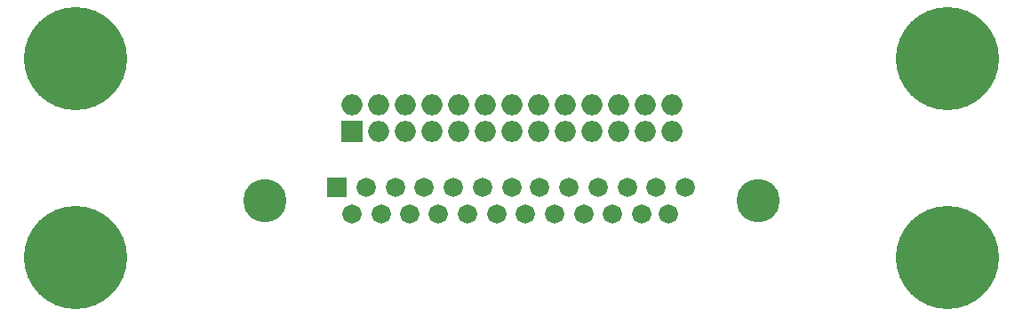
<source format=gbr>
G04 #@! TF.FileFunction,Soldermask,Bot*
%FSLAX46Y46*%
G04 Gerber Fmt 4.6, Leading zero omitted, Abs format (unit mm)*
G04 Created by KiCad (PCBNEW (after 2015-mar-04 BZR unknown)-product) date 6/9/2017 4:00:00 PM*
%MOMM*%
G01*
G04 APERTURE LIST*
%ADD10C,0.150000*%
%ADD11R,2.004800X2.004800*%
%ADD12O,2.004800X2.004800*%
%ADD13C,4.114800*%
%ADD14C,1.828800*%
%ADD15R,1.828800X1.828800*%
%ADD16C,9.829800*%
G04 APERTURE END LIST*
D10*
D11*
X32258000Y-12954000D03*
D12*
X32258000Y-10414000D03*
X34798000Y-12954000D03*
X34798000Y-10414000D03*
X37338000Y-12954000D03*
X37338000Y-10414000D03*
X39878000Y-12954000D03*
X39878000Y-10414000D03*
X42418000Y-12954000D03*
X42418000Y-10414000D03*
X44958000Y-12954000D03*
X44958000Y-10414000D03*
X47498000Y-12954000D03*
X47498000Y-10414000D03*
X50038000Y-12954000D03*
X50038000Y-10414000D03*
X52578000Y-12954000D03*
X52578000Y-10414000D03*
X55118000Y-12954000D03*
X55118000Y-10414000D03*
X57658000Y-12954000D03*
X57658000Y-10414000D03*
X60198000Y-12954000D03*
X60198000Y-10414000D03*
X62738000Y-12954000D03*
X62738000Y-10414000D03*
D13*
X24003000Y-19558000D03*
X70993000Y-19558000D03*
D14*
X64008000Y-18288000D03*
X61214000Y-18288000D03*
X58547000Y-18288000D03*
X55753000Y-18288000D03*
X52959000Y-18288000D03*
X50165000Y-18288000D03*
X47498000Y-18288000D03*
X44704000Y-18288000D03*
X41910000Y-18288000D03*
X39116000Y-18288000D03*
X36449000Y-18288000D03*
X33655000Y-18288000D03*
D15*
X30861000Y-18288000D03*
D14*
X62433200Y-20828000D03*
X59893200Y-20828000D03*
X57099200Y-20828000D03*
X54356000Y-20828000D03*
X51612800Y-20828000D03*
X48818800Y-20828000D03*
X46075600Y-20828000D03*
X43332400Y-20828000D03*
X40487600Y-20828000D03*
X37795200Y-20828000D03*
X35052000Y-20828000D03*
X32258000Y-20828000D03*
D16*
X89000000Y-6000000D03*
X6000000Y-6000000D03*
X6000000Y-25000000D03*
X89000000Y-25000000D03*
M02*

</source>
